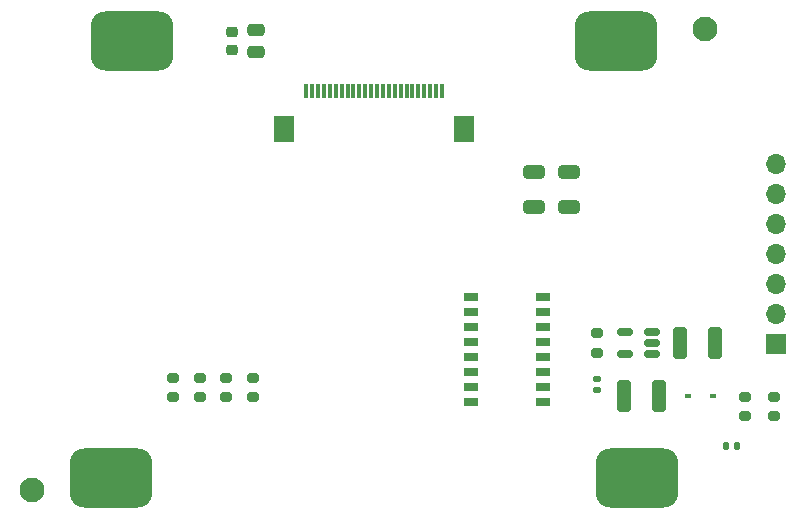
<source format=gbr>
%TF.GenerationSoftware,KiCad,Pcbnew,7.0.7*%
%TF.CreationDate,2023-09-16T22:14:34+02:00*%
%TF.ProjectId,oled242,6f6c6564-3234-4322-9e6b-696361645f70,rev?*%
%TF.SameCoordinates,Original*%
%TF.FileFunction,Soldermask,Top*%
%TF.FilePolarity,Negative*%
%FSLAX46Y46*%
G04 Gerber Fmt 4.6, Leading zero omitted, Abs format (unit mm)*
G04 Created by KiCad (PCBNEW 7.0.7) date 2023-09-16 22:14:34*
%MOMM*%
%LPD*%
G01*
G04 APERTURE LIST*
G04 Aperture macros list*
%AMRoundRect*
0 Rectangle with rounded corners*
0 $1 Rounding radius*
0 $2 $3 $4 $5 $6 $7 $8 $9 X,Y pos of 4 corners*
0 Add a 4 corners polygon primitive as box body*
4,1,4,$2,$3,$4,$5,$6,$7,$8,$9,$2,$3,0*
0 Add four circle primitives for the rounded corners*
1,1,$1+$1,$2,$3*
1,1,$1+$1,$4,$5*
1,1,$1+$1,$6,$7*
1,1,$1+$1,$8,$9*
0 Add four rect primitives between the rounded corners*
20,1,$1+$1,$2,$3,$4,$5,0*
20,1,$1+$1,$4,$5,$6,$7,0*
20,1,$1+$1,$6,$7,$8,$9,0*
20,1,$1+$1,$8,$9,$2,$3,0*%
G04 Aperture macros list end*
%ADD10RoundRect,0.200000X0.275000X-0.200000X0.275000X0.200000X-0.275000X0.200000X-0.275000X-0.200000X0*%
%ADD11RoundRect,0.140000X-0.170000X0.140000X-0.170000X-0.140000X0.170000X-0.140000X0.170000X0.140000X0*%
%ADD12RoundRect,1.250000X2.250000X1.250000X-2.250000X1.250000X-2.250000X-1.250000X2.250000X-1.250000X0*%
%ADD13O,6.250000X1.500000*%
%ADD14RoundRect,0.250000X-0.650000X0.325000X-0.650000X-0.325000X0.650000X-0.325000X0.650000X0.325000X0*%
%ADD15RoundRect,0.140000X0.140000X0.170000X-0.140000X0.170000X-0.140000X-0.170000X0.140000X-0.170000X0*%
%ADD16RoundRect,0.250000X0.475000X-0.250000X0.475000X0.250000X-0.475000X0.250000X-0.475000X-0.250000X0*%
%ADD17RoundRect,0.225000X0.250000X-0.225000X0.250000X0.225000X-0.250000X0.225000X-0.250000X-0.225000X0*%
%ADD18R,1.700000X1.700000*%
%ADD19O,1.700000X1.700000*%
%ADD20R,1.250000X0.760000*%
%ADD21C,2.100000*%
%ADD22RoundRect,0.200000X-0.275000X0.200000X-0.275000X-0.200000X0.275000X-0.200000X0.275000X0.200000X0*%
%ADD23RoundRect,0.150000X0.512500X0.150000X-0.512500X0.150000X-0.512500X-0.150000X0.512500X-0.150000X0*%
%ADD24RoundRect,1.250000X-2.250000X-1.250000X2.250000X-1.250000X2.250000X1.250000X-2.250000X1.250000X0*%
%ADD25RoundRect,0.250000X-0.325000X-1.100000X0.325000X-1.100000X0.325000X1.100000X-0.325000X1.100000X0*%
%ADD26R,0.600000X0.450000*%
%ADD27R,0.300000X1.300000*%
%ADD28R,1.800000X2.200000*%
G04 APERTURE END LIST*
D10*
%TO.C,R10*%
X55887500Y-30375000D03*
X55887500Y-28725000D03*
%TD*%
D11*
%TO.C,C10*%
X55887500Y-32590000D03*
X55887500Y-33550000D03*
%TD*%
D12*
%TO.C,TP2*%
X57500000Y-4016000D03*
D13*
X57500000Y-3000000D03*
%TD*%
D14*
%TO.C,C5*%
X50500000Y-15050000D03*
X50500000Y-18000000D03*
%TD*%
D15*
%TO.C,C11*%
X67730000Y-38250000D03*
X66770000Y-38250000D03*
%TD*%
D16*
%TO.C,C3*%
X27000000Y-4950000D03*
X27000000Y-3050000D03*
%TD*%
D17*
%TO.C,C4*%
X25000000Y-4775000D03*
X25000000Y-3225000D03*
%TD*%
D18*
%TO.C,J3*%
X71000000Y-29625000D03*
D19*
X71000000Y-27085000D03*
X71000000Y-24545000D03*
X71000000Y-22005000D03*
X71000000Y-19465000D03*
X71000000Y-16925000D03*
X71000000Y-14385000D03*
%TD*%
D20*
%TO.C,SW1*%
X45175000Y-25690000D03*
X45175000Y-26960000D03*
X45175000Y-28230000D03*
X45175000Y-29500000D03*
X45175000Y-30770000D03*
X45175000Y-32040000D03*
X45175000Y-33310000D03*
X45175000Y-34580000D03*
X51325000Y-34580000D03*
X51325000Y-33310000D03*
X51325000Y-32040000D03*
X51325000Y-30770000D03*
X51325000Y-29500000D03*
X51325000Y-28230000D03*
X51325000Y-26960000D03*
X51325000Y-25690000D03*
%TD*%
D21*
%TO.C,REF\u002A\u002A*%
X8000000Y-42000000D03*
%TD*%
D22*
%TO.C,R3*%
X22250000Y-32500000D03*
X22250000Y-34150000D03*
%TD*%
D10*
%TO.C,R11*%
X68400000Y-35750000D03*
X68400000Y-34100000D03*
%TD*%
D23*
%TO.C,U10*%
X60525000Y-30500000D03*
X60525000Y-29550000D03*
X60525000Y-28600000D03*
X58250000Y-28600000D03*
X58250000Y-30500000D03*
%TD*%
D10*
%TO.C,R9*%
X24500000Y-34150000D03*
X24500000Y-32500000D03*
%TD*%
D14*
%TO.C,C6*%
X53500000Y-15050000D03*
X53500000Y-18000000D03*
%TD*%
D13*
%TO.C,TP4*%
X59250000Y-42000000D03*
D24*
X59250000Y-40984000D03*
%TD*%
%TO.C,TP3*%
X14750000Y-40984000D03*
D13*
X14750000Y-42000000D03*
%TD*%
D25*
%TO.C,L10*%
X58162500Y-34000000D03*
X61112500Y-34000000D03*
%TD*%
D21*
%TO.C,REF\u002A\u002A*%
X65000000Y-3000000D03*
%TD*%
D12*
%TO.C,TP1*%
X16500000Y-4016000D03*
D13*
X16500000Y-3000000D03*
%TD*%
D26*
%TO.C,D10*%
X65662500Y-34000000D03*
X63562500Y-34000000D03*
%TD*%
D10*
%TO.C,R4*%
X20000000Y-34150000D03*
X20000000Y-32500000D03*
%TD*%
D27*
%TO.C,J1*%
X42750000Y-8200000D03*
X42250000Y-8200000D03*
X41750000Y-8200000D03*
X41250000Y-8200000D03*
X40750000Y-8200000D03*
X40250000Y-8200000D03*
X39750000Y-8200000D03*
X39250000Y-8200000D03*
X38750000Y-8200000D03*
X38250000Y-8200000D03*
X37750000Y-8200000D03*
X37250000Y-8200000D03*
X36750000Y-8200000D03*
X36250000Y-8200000D03*
X35750000Y-8200000D03*
X35250000Y-8200000D03*
X34750000Y-8200000D03*
X34250000Y-8200000D03*
X33750000Y-8200000D03*
X33250000Y-8200000D03*
X32750000Y-8200000D03*
X32250000Y-8200000D03*
X31750000Y-8200000D03*
X31250000Y-8200000D03*
D28*
X29350000Y-11450000D03*
X44650000Y-11450000D03*
%TD*%
D22*
%TO.C,R12*%
X70900000Y-34100000D03*
X70900000Y-35750000D03*
%TD*%
D10*
%TO.C,R8*%
X26750000Y-34150000D03*
X26750000Y-32500000D03*
%TD*%
D25*
%TO.C,C12*%
X62887500Y-29550000D03*
X65837500Y-29550000D03*
%TD*%
M02*

</source>
